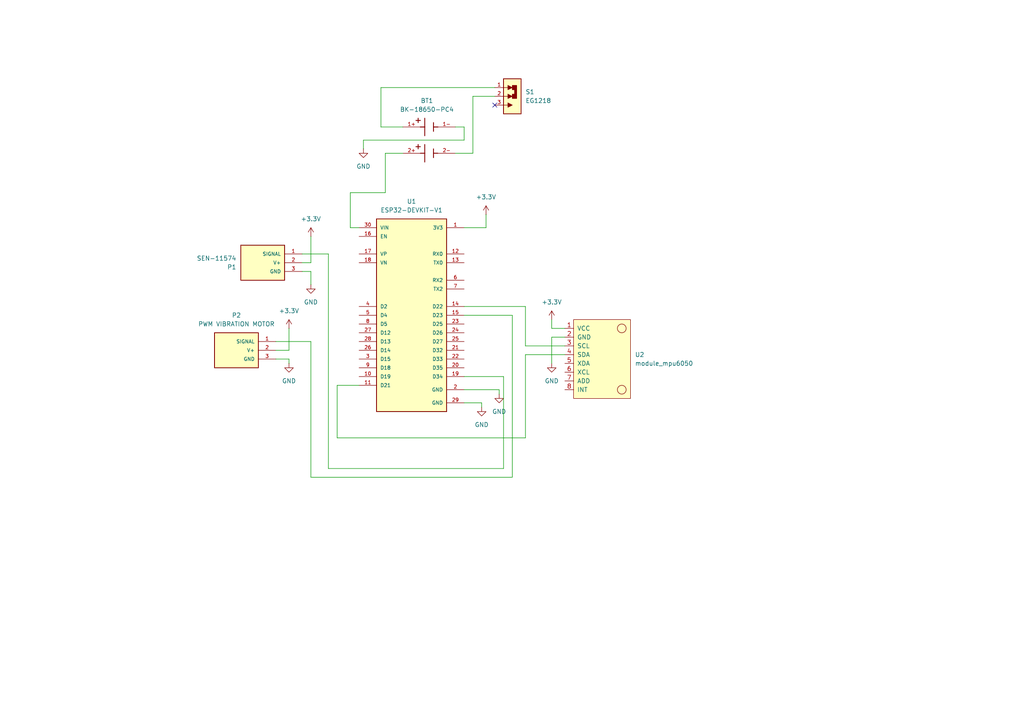
<source format=kicad_sch>
(kicad_sch (version 20231120) (generator "eeschema") (generator_version "8.0")
  (paper "A4")
  (lib_symbols
    (symbol "BK-18650-PC4:BK-18650-PC4" (pin_names (offset 1.016))
      (property "Reference" "BT" (at -3.81 6.35 0))
      (property "Value" "BK-18650-PC4" (at -3.81 -10.16 0))
      (symbol "BK-18650-PC4_0_0"
        (polyline (pts (xy -3.81 -3.175) (xy -2.54 -3.175)) (stroke (width 0.254)))
        (polyline (pts (xy -3.81 4.445) (xy -2.54 4.445)) (stroke (width 0.254)))
        (polyline (pts (xy -3.175 -2.54) (xy -3.175 -3.81)) (stroke (width 0.254)))
        (polyline (pts (xy -3.175 5.08) (xy -3.175 3.81)) (stroke (width 0.254)))
        (polyline (pts (xy -1.27 -5.08) (xy -2.54 -5.08)) (stroke (width 0.254)))
        (polyline (pts (xy -1.27 -5.08) (xy -1.27 -7.62)) (stroke (width 0.254)))
        (polyline (pts (xy -1.27 -2.54) (xy -1.27 -5.08)) (stroke (width 0.254)))
        (polyline (pts (xy -1.27 2.54) (xy -2.54 2.54)) (stroke (width 0.254)))
        (polyline (pts (xy -1.27 2.54) (xy -1.27 0)) (stroke (width 0.254)))
        (polyline (pts (xy -1.27 5.08) (xy -1.27 2.54)) (stroke (width 0.254)))
        (polyline (pts (xy 1.27 -5.08) (xy 1.27 -6.35)) (stroke (width 0.254)))
        (polyline (pts (xy 1.27 -5.08) (xy 2.54 -5.08)) (stroke (width 0.254)))
        (polyline (pts (xy 1.27 -3.81) (xy 1.27 -5.08)) (stroke (width 0.254)))
        (polyline (pts (xy 1.27 2.54) (xy 1.27 1.27)) (stroke (width 0.254)))
        (polyline (pts (xy 1.27 2.54) (xy 2.54 2.54)) (stroke (width 0.254)))
        (polyline (pts (xy 1.27 3.81) (xy 1.27 2.54)) (stroke (width 0.254)))
        (pin passive line (at -7.62 2.54 0) (length 5.08) (name "~") (number "1+"))
        (pin passive line (at 7.62 2.54 180) (length 5.08) (name "~") (number "1-"))
        (pin passive line (at -7.62 -5.08 0) (length 5.08) (name "~") (number "2+"))
        (pin passive line (at 7.62 -5.08 180) (length 5.08) (name "~") (number "2-"))
      )
    )
    (symbol "DPST_slide_switch:EG1218" (pin_names (offset 1.016))
      (property "Reference" "S" (at -5.08 5.842 0))
      (property "Value" "EG1218" (at -5.08 -7.62 0))
      (symbol "EG1218_0_0"
        (rectangle (start -2.54 -5.08) (end 2.54 5.08) (stroke (width 0.254)) (fill (type background)))
        (polyline (pts (xy -2.54 -2.54) (xy -1.27 -2.54)) (stroke (width 0.1524)))
        (polyline (pts (xy -2.54 0) (xy -1.27 0)) (stroke (width 0.1524)))
        (polyline (pts (xy -2.54 2.54) (xy -1.27 2.54)) (stroke (width 0.1524)))
        (polyline (pts (xy -1.27 -1.905) (xy -1.27 -3.175) (xy 0 -2.54) (xy -1.27 -1.905)) (stroke (width 0.1524)) (fill (type outline)))
        (polyline (pts (xy -1.27 0.635) (xy -1.27 -0.635) (xy 0 0) (xy -1.27 0.635)) (stroke (width 0.1524)) (fill (type outline)))
        (polyline (pts (xy -1.27 3.175) (xy -1.27 1.905) (xy 0 2.54) (xy -1.27 3.175)) (stroke (width 0.1524)) (fill (type outline)))
        (polyline (pts (xy 0 1.905) (xy 0 3.175) (xy 1.27 3.175) (xy 1.27 -0.635) (xy 0 -0.635) (xy 0 0.635) (xy 0.635 0.635) (xy 0.635 1.905) (xy 0 1.905)) (stroke (width 0.1524)) (fill (type outline)))
        (pin passive line (at -5.08 2.54 0) (length 2.54) (name "~") (number "1"))
        (pin passive line (at -5.08 0 0) (length 2.54) (name "~") (number "2"))
        (pin passive line (at -5.08 -2.54 0) (length 2.54) (name "~") (number "3"))
      )
    )
    (symbol "ESP32-DEVKIT-V1:ESP32-DEVKIT-V1" (pin_names (offset 1.016))
      (property "Reference" "U1" (at 0 33.02 0))
      (property "Value" "ESP32-DEVKIT-V1" (at 0 30.48 0))
      (symbol "ESP32-DEVKIT-V1_0_0"
        (rectangle (start -10.16 -27.94) (end 10.16 27.94) (stroke (width 0.254)) (fill (type background)))
        (pin output line (at 15.24 25.4 180) (length 5.08) (name "3V3") (number "1"))
        (pin bidirectional line (at -15.24 -17.78 0) (length 5.08) (name "D19") (number "10"))
        (pin bidirectional line (at -15.24 -20.32 0) (length 5.08) (name "D21") (number "11"))
        (pin input line (at 15.24 17.78 180) (length 5.08) (name "RX0") (number "12"))
        (pin output line (at 15.24 15.24 180) (length 5.08) (name "TX0") (number "13"))
        (pin bidirectional line (at 15.24 2.54 180) (length 5.08) (name "D22") (number "14"))
        (pin bidirectional line (at 15.24 0 180) (length 5.08) (name "D23") (number "15"))
        (pin input line (at -15.24 22.86 0) (length 5.08) (name "EN") (number "16"))
        (pin bidirectional line (at -15.24 17.78 0) (length 5.08) (name "VP") (number "17"))
        (pin bidirectional line (at -15.24 15.24 0) (length 5.08) (name "VN") (number "18"))
        (pin bidirectional line (at 15.24 -17.78 180) (length 5.08) (name "D34") (number "19"))
        (pin power_in line (at 15.24 -21.59 180) (length 5.08) (name "GND") (number "2"))
        (pin bidirectional line (at 15.24 -15.24 180) (length 5.08) (name "D35") (number "20"))
        (pin bidirectional line (at 15.24 -10.16 180) (length 5.08) (name "D32") (number "21"))
        (pin bidirectional line (at 15.24 -12.7 180) (length 5.08) (name "D33") (number "22"))
        (pin bidirectional line (at 15.24 -2.54 180) (length 5.08) (name "D25") (number "23"))
        (pin bidirectional line (at 15.24 -5.08 180) (length 5.08) (name "D26") (number "24"))
        (pin bidirectional line (at 15.24 -7.62 180) (length 5.08) (name "D27") (number "25"))
        (pin bidirectional line (at -15.24 -10.16 0) (length 5.08) (name "D14") (number "26"))
        (pin bidirectional line (at -15.24 -5.08 0) (length 5.08) (name "D12") (number "27"))
        (pin bidirectional line (at -15.24 -7.62 0) (length 5.08) (name "D13") (number "28"))
        (pin power_in line (at 15.24 -25.4 180) (length 5.08) (name "GND") (number "29"))
        (pin bidirectional line (at -15.24 -12.7 0) (length 5.08) (name "D15") (number "3"))
        (pin input line (at -15.24 25.4 0) (length 5.08) (name "VIN") (number "30"))
        (pin bidirectional line (at -15.24 2.54 0) (length 5.08) (name "D2") (number "4"))
        (pin bidirectional line (at -15.24 0 0) (length 5.08) (name "D4") (number "5"))
        (pin input line (at 15.24 10.16 180) (length 5.08) (name "RX2") (number "6"))
        (pin output line (at 15.24 7.62 180) (length 5.08) (name "TX2") (number "7"))
        (pin bidirectional line (at -15.24 -2.54 0) (length 5.08) (name "D5") (number "8"))
        (pin bidirectional line (at -15.24 -15.24 0) (length 5.08) (name "D18") (number "9"))
      )
    )
    (symbol "MPU6050_MODULE:module_mpu6050" (pin_names (offset 1.016))
      (property "Reference" "U" (at 2.54 21.59 0))
      (property "Value" "module_mpu6050" (at 11.43 -3.81 0))
      (symbol "module_mpu6050_0_1"
        (rectangle (start 2.54 20.32) (end 19.05 -2.54) (fill (type background)))
        (circle (center 16.51 0) (radius 1.27))
        (circle (center 16.51 17.78) (radius 1.27))
      )
      (symbol "module_mpu6050_1_1"
        (pin input line (at 0 17.78 0) (length 2.54) (name "VCC") (number "1"))
        (pin input line (at 0 15.24 0) (length 2.54) (name "GND") (number "2"))
        (pin input line (at 0 12.7 0) (length 2.54) (name "SCL") (number "3"))
        (pin input line (at 0 10.16 0) (length 2.54) (name "SDA") (number "4"))
        (pin input line (at 0 7.62 0) (length 2.54) (name "XDA") (number "5"))
        (pin input line (at 0 5.08 0) (length 2.54) (name "XCL") (number "6"))
        (pin input line (at 0 2.54 0) (length 2.54) (name "ADD") (number "7"))
        (pin input line (at 0 0 0) (length 2.54) (name "INT") (number "8"))
      )
    )
    (symbol "SEN-11574:SEN-11574" (pin_names (offset 1.016))
      (property "Reference" "P" (at 0 5.5958 0))
      (property "Value" "SEN-11574" (at 0 -7.6429 0))
      (symbol "SEN-11574_0_0"
        (rectangle (start 0 -5.08) (end 12.7 5.08) (stroke (width 0.254)) (fill (type background)))
        (pin bidirectional line (at -5.08 -2.54 0) (length 5.08) (name "SIGNAL") (number "1"))
        (pin power_in line (at -5.08 0 0) (length 5.08) (name "V+") (number "2"))
        (pin power_in line (at -5.08 2.54 0) (length 5.08) (name "GND") (number "3"))
      )
    )
    (symbol "power:+3.3V" (power) (pin_numbers hide) (pin_names (offset 0) hide)
      (property "Value" "+3.3V" (at 0 3.556 0))
      (symbol "+3.3V_0_1"
        (polyline (pts (xy -0.762 1.27) (xy 0 2.54)))
        (polyline (pts (xy 0 0) (xy 0 2.54)))
        (polyline (pts (xy 0 2.54) (xy 0.762 1.27)))
      )
      (symbol "+3.3V_1_1"
        (pin power_in line (at 0 0 90) (length 0) (name "~") (number "1"))
      )
    )
    (symbol "power:GND" (power) (pin_numbers hide) (pin_names (offset 0) hide)
      (property "Value" "GND" (at 0 -3.81 0))
      (symbol "GND_0_1"
        (polyline (pts (xy 0 0) (xy 0 -1.27) (xy 1.27 -1.27) (xy 0 -2.54) (xy -1.27 -1.27) (xy 0 -1.27)))
      )
      (symbol "GND_1_1"
        (pin power_in line (at 0 0 270) (length 0) (name "~") (number "1"))
      )
    )
  )
  (no_connect (at 143.51 30.48))
  (wire (pts (xy 134.62 36.83) (xy 134.62 40.64)))
  (wire (pts (xy 101.6 55.88) (xy 101.6 66.04)))
  (wire (pts (xy 137.16 44.45) (xy 137.16 27.94)))
  (wire (pts (xy 163.83 95.25) (xy 160.02 95.25)))
  (wire (pts (xy 111.76 44.45) (xy 111.76 55.88)))
  (wire (pts (xy 90.17 99.06) (xy 90.17 138.43)))
  (wire (pts (xy 116.84 36.83) (xy 110.49 36.83)))
  (wire (pts (xy 134.62 116.84) (xy 139.7 116.84)))
  (wire (pts (xy 90.17 138.43) (xy 148.59 138.43)))
  (wire (pts (xy 101.6 66.04) (xy 104.14 66.04)))
  (wire (pts (xy 105.41 40.64) (xy 105.41 43.18)))
  (wire (pts (xy 97.79 111.76) (xy 104.14 111.76)))
  (wire (pts (xy 83.82 104.14) (xy 83.82 105.41)))
  (wire (pts (xy 87.63 78.74) (xy 90.17 78.74)))
  (wire (pts (xy 116.84 44.45) (xy 111.76 44.45)))
  (wire (pts (xy 80.01 101.6) (xy 83.82 101.6)))
  (wire (pts (xy 148.59 138.43) (xy 148.59 91.44)))
  (wire (pts (xy 83.82 101.6) (xy 83.82 95.25)))
  (wire (pts (xy 134.62 40.64) (xy 105.41 40.64)))
  (wire (pts (xy 95.25 135.89) (xy 146.05 135.89)))
  (wire (pts (xy 87.63 76.2) (xy 90.17 76.2)))
  (wire (pts (xy 146.05 109.22) (xy 134.62 109.22)))
  (wire (pts (xy 134.62 88.9) (xy 152.4 88.9)))
  (wire (pts (xy 137.16 27.94) (xy 143.51 27.94)))
  (wire (pts (xy 134.62 66.04) (xy 140.97 66.04)))
  (wire (pts (xy 148.59 91.44) (xy 134.62 91.44)))
  (wire (pts (xy 87.63 73.66) (xy 95.25 73.66)))
  (wire (pts (xy 163.83 97.79) (xy 160.02 97.79)))
  (wire (pts (xy 146.05 135.89) (xy 146.05 109.22)))
  (wire (pts (xy 97.79 127) (xy 97.79 111.76)))
  (wire (pts (xy 80.01 99.06) (xy 90.17 99.06)))
  (wire (pts (xy 152.4 127) (xy 97.79 127)))
  (wire (pts (xy 160.02 97.79) (xy 160.02 105.41)))
  (wire (pts (xy 111.76 55.88) (xy 101.6 55.88)))
  (wire (pts (xy 152.4 100.33) (xy 152.4 88.9)))
  (wire (pts (xy 134.62 113.03) (xy 144.78 113.03)))
  (wire (pts (xy 163.83 100.33) (xy 152.4 100.33)))
  (wire (pts (xy 163.83 102.87) (xy 152.4 102.87)))
  (wire (pts (xy 90.17 76.2) (xy 90.17 68.58)))
  (wire (pts (xy 140.97 66.04) (xy 140.97 62.23)))
  (wire (pts (xy 80.01 104.14) (xy 83.82 104.14)))
  (wire (pts (xy 139.7 116.84) (xy 139.7 118.11)))
  (wire (pts (xy 160.02 95.25) (xy 160.02 92.71)))
  (wire (pts (xy 137.16 44.45) (xy 132.08 44.45)))
  (wire (pts (xy 90.17 78.74) (xy 90.17 82.55)))
  (wire (pts (xy 143.51 25.4) (xy 110.49 25.4)))
  (wire (pts (xy 144.78 113.03) (xy 144.78 114.3)))
  (wire (pts (xy 95.25 73.66) (xy 95.25 135.89)))
  (wire (pts (xy 132.08 36.83) (xy 134.62 36.83)))
  (wire (pts (xy 152.4 102.87) (xy 152.4 127)))
  (wire (pts (xy 110.49 25.4) (xy 110.49 36.83)))
  (symbol (lib_id "power:GND") (at 139.7 118.11 0) (unit 1)
    (property "Reference" "#PWR04" (effects (hide yes)))
    (property "Value" "GND" (at 139.7 123.19 0))
    (property "Description" "Power symbol creates a global label with name \"GND\" , ground" (effects (hide yes)))
  )
  (symbol (lib_id "SEN-11574:SEN-11574") (at 74.93 101.6 180) (unit 1)
    (property "Reference" "P2" (at 68.58 91.44 0))
    (property "Value" "PWM VIBRATION MOTOR" (at 68.58 93.98 0))
    (property "Footprint" "SEN_11574:XDCR_SEN-11574" (effects (hide yes)))
    (property "MANUFACTURER" "Sparkfun Electronics" (effects (hide yes)))
  )
  (symbol (lib_id "ESP32-DEVKIT-V1:ESP32-DEVKIT-V1") (at 119.38 91.44 0) (unit 1)
    (property "Reference" "U1" (at 119.38 58.42 0))
    (property "Value" "ESP32-DEVKIT-V1" (at 119.38 60.96 0))
    (property "Footprint" "ESP32-DEVKIT-V1:MODULE_ESP32_DEVKIT_V1" (effects (hide yes)))
    (property "MF" "Do it" (effects (hide yes)))
    (property "MAXIMUM_PACKAGE_HEIGHT" "6.8 mm" (effects (hide yes)))
    (property "Package" "None" (effects (hide yes)))
    (property "Price" "None" (effects (hide yes)))
    (property "Check_prices" "https://www.snapeda.com/parts/ESP32-DEVKIT-V1/Do+it/view-part/?ref=eda" (effects (hide yes)))
    (property "STANDARD" "Manufacturer Recommendations" (effects (hide yes)))
    (property "PARTREV" "N/A" (effects (hide yes)))
    (property "SnapEDA_Link" "https://www.snapeda.com/parts/ESP32-DEVKIT-V1/Do+it/view-part/?ref=snap" (effects (hide yes)))
    (property "MP" "ESP32-DEVKIT-V1" (effects (hide yes)))
    (property "Description_1" "\n                        \n                            Dual core, Wi-Fi: 2.4 GHz up to 150 Mbits/s,BLE (Bluetooth Low Energy) and legacy Bluetooth, 32 bits, Up to 240 MHz\n                        \n" (effects (hide yes)))
    (property "Availability" "Not in stock" (effects (hide yes)))
    (property "MANUFACTURER" "DOIT" (effects (hide yes)))
  )
  (symbol (lib_id "power:+3.3V") (at 140.97 62.23 0) (unit 1)
    (property "Reference" "#PWR03" (effects (hide yes)))
    (property "Value" "+3.3V" (at 140.97 57.15 0))
    (property "Description" "Power symbol creates a global label with name \"+3.3V\"" (effects (hide yes)))
  )
  (symbol (lib_id "power:GND") (at 83.82 105.41 0) (unit 1)
    (property "Reference" "#PWR08" (effects (hide yes)))
    (property "Value" "GND" (at 83.82 110.49 0))
    (property "Description" "Power symbol creates a global label with name \"GND\" , ground" (effects (hide yes)))
  )
  (symbol (lib_id "power:GND") (at 105.41 43.18 0) (unit 1)
    (property "Reference" "#PWR07" (effects (hide yes)))
    (property "Value" "GND" (at 105.41 48.26 0))
    (property "Description" "Power symbol creates a global label with name \"GND\" , ground" (effects (hide yes)))
  )
  (symbol (lib_id "power:+3.3V") (at 160.02 92.71 0) (unit 1)
    (property "Reference" "#PWR05" (effects (hide yes)))
    (property "Value" "+3.3V" (at 160.02 87.63 0))
    (property "Description" "Power symbol creates a global label with name \"+3.3V\"" (effects (hide yes)))
  )
  (symbol (lib_id "power:GND") (at 144.78 114.3 0) (unit 1)
    (property "Reference" "#PWR010" (effects (hide yes)))
    (property "Value" "GND" (at 144.78 119.38 0))
    (property "Description" "Power symbol creates a global label with name \"GND\" , ground" (effects (hide yes)))
  )
  (symbol (lib_id "MPU6050_MODULE:module_mpu6050") (at 163.83 113.03 0) (unit 1)
    (property "Reference" "U2" (at 184.15 102.8699 0) (effects (justify left)))
    (property "Value" "module_mpu6050" (at 184.15 105.4099 0) (effects (justify left)))
    (property "Footprint" "MPU6050_MODULE:module_mpu6050" (effects (hide yes)))
  )
  (symbol (lib_id "BK-18650-PC4:BK-18650-PC4") (at 124.46 39.37 0) (unit 1)
    (property "Reference" "BT1" (at 123.825 29.21 0))
    (property "Value" "BK-18650-PC4" (at 123.825 31.75 0))
    (property "Footprint" "BK-18650-PC4:BAT_BK-18650-PC4" (effects (hide yes)))
    (property "MF" "MPD" (effects (hide yes)))
    (property "MAXIMUM_PACKAGE_HEIGHT" "21.54 mm" (effects (hide yes)))
    (property "Package" "None" (effects (hide yes)))
    (property "Price" "None" (effects (hide yes)))
    (property "Check_prices" "https://www.snapeda.com/parts/BK-18650-PC4/MPD/view-part/?ref=eda" (effects (hide yes)))
    (property "STANDARD" "Manufacturer Recommendations" (effects (hide yes)))
    (property "PARTREV" "K" (effects (hide yes)))
    (property "SnapEDA_Link" "https://www.snapeda.com/parts/BK-18650-PC4/MPD/view-part/?ref=snap" (effects (hide yes)))
    (property "MP" "BK-18650-PC4" (effects (hide yes)))
    (property "Description_1" "\n                        \n                            Battery Holder (Open) 18650 2 Cell PC Pin\n                        \n" (effects (hide yes)))
    (property "Availability" "In Stock" (effects (hide yes)))
    (property "MANUFACTURER" "MPD" (effects (hide yes)))
  )
  (symbol (lib_id "DPST_slide_switch:EG1218") (at 148.59 27.94 0) (unit 1)
    (property "Reference" "S1" (at 152.4 26.6699 0) (effects (justify left)))
    (property "Value" "EG1218" (at 152.4 29.2099 0) (effects (justify left)))
    (property "Footprint" "DPST_slide_switch:SW_EG1218" (effects (hide yes)))
    (property "MF" "E-Switch" (effects (hide yes)))
    (property "DESCRIPTION" "Slide Switch SPDT Through Hole" (effects (hide yes)))
    (property "PACKAGE" "None" (effects (hide yes)))
    (property "PRICE" "None" (effects (hide yes)))
    (property "Package" "None" (effects (hide yes)))
    (property "Check_prices" "https://www.snapeda.com/parts/EG1218/E-Switch/view-part/?ref=eda" (effects (hide yes)))
    (property "Price" "None" (effects (hide yes)))
    (property "SnapEDA_Link" "https://www.snapeda.com/parts/EG1218/E-Switch/view-part/?ref=snap" (effects (hide yes)))
    (property "MP" "EG1218" (effects (hide yes)))
    (property "Description_1" "\n                        \n                            Slide Switch, EG Series, SPDT, Non-Shorting, ON-ON, 200mA DC, 30VDC, PC Pin | E-Switch EG1218\n                        \n" (effects (hide yes)))
    (property "Availability" "In Stock" (effects (hide yes)))
    (property "AVAILABILITY" "In Stock" (effects (hide yes)))
    (property "PURCHASE-URL" "https://pricing.snapeda.com/search/part/EG1218/?ref=eda" (effects (hide yes)))
  )
  (symbol (lib_id "power:GND") (at 90.17 82.55 0) (unit 1)
    (property "Reference" "#PWR02" (effects (hide yes)))
    (property "Value" "GND" (at 90.17 87.63 0))
    (property "Description" "Power symbol creates a global label with name \"GND\" , ground" (effects (hide yes)))
  )
  (symbol (lib_id "power:GND") (at 160.02 105.41 0) (unit 1)
    (property "Reference" "#PWR06" (effects (hide yes)))
    (property "Value" "GND" (at 160.02 110.49 0))
    (property "Description" "Power symbol creates a global label with name \"GND\" , ground" (effects (hide yes)))
  )
  (symbol (lib_id "power:+3.3V") (at 83.82 95.25 0) (unit 1)
    (property "Reference" "#PWR09" (effects (hide yes)))
    (property "Value" "+3.3V" (at 83.82 90.17 0))
    (property "Description" "Power symbol creates a global label with name \"+3.3V\"" (effects (hide yes)))
  )
  (symbol (lib_id "SEN-11574:SEN-11574") (at 82.55 76.2 180) (unit 1)
    (property "Reference" "P1" (at 68.58 77.4701 0) (effects (justify left)))
    (property "Value" "SEN-11574" (at 68.58 74.9301 0) (effects (justify left)))
    (property "Footprint" "SEN_11574:XDCR_SEN-11574" (effects (hide yes)))
    (property "MANUFACTURER" "Sparkfun Electronics" (effects (hide yes)))
  )
  (symbol (lib_id "power:+3.3V") (at 90.17 68.58 0) (unit 1)
    (property "Reference" "#PWR01" (effects (hide yes)))
    (property "Value" "+3.3V" (at 90.17 63.5 0))
    (property "Description" "Power symbol creates a global label with name \"+3.3V\"" (effects (hide yes)))
  )
)
</source>
